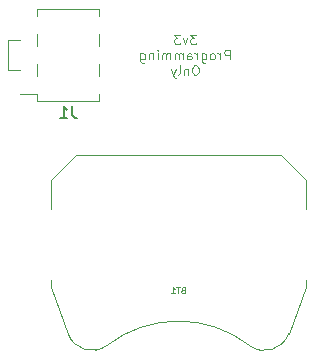
<source format=gbo>
G04 #@! TF.GenerationSoftware,KiCad,Pcbnew,(5.0.1)-rc2*
G04 #@! TF.CreationDate,2018-12-03T18:09:08-05:00*
G04 #@! TF.ProjectId,tpms_silencer,74706D735F73696C656E6365722E6B69,rev?*
G04 #@! TF.SameCoordinates,Original*
G04 #@! TF.FileFunction,Legend,Bot*
G04 #@! TF.FilePolarity,Positive*
%FSLAX46Y46*%
G04 Gerber Fmt 4.6, Leading zero omitted, Abs format (unit mm)*
G04 Created by KiCad (PCBNEW (5.0.1)-rc2) date 2018-12-03 6:09:08 PM*
%MOMM*%
%LPD*%
G01*
G04 APERTURE LIST*
%ADD10C,0.100000*%
%ADD11C,0.120000*%
%ADD12C,0.150000*%
G04 APERTURE END LIST*
D10*
X40830380Y-46013904D02*
X40335142Y-46013904D01*
X40601809Y-46318666D01*
X40487523Y-46318666D01*
X40411333Y-46356761D01*
X40373238Y-46394857D01*
X40335142Y-46471047D01*
X40335142Y-46661523D01*
X40373238Y-46737714D01*
X40411333Y-46775809D01*
X40487523Y-46813904D01*
X40716095Y-46813904D01*
X40792285Y-46775809D01*
X40830380Y-46737714D01*
X40068476Y-46280571D02*
X39878000Y-46813904D01*
X39687523Y-46280571D01*
X39458952Y-46013904D02*
X38963714Y-46013904D01*
X39230380Y-46318666D01*
X39116095Y-46318666D01*
X39039904Y-46356761D01*
X39001809Y-46394857D01*
X38963714Y-46471047D01*
X38963714Y-46661523D01*
X39001809Y-46737714D01*
X39039904Y-46775809D01*
X39116095Y-46813904D01*
X39344666Y-46813904D01*
X39420857Y-46775809D01*
X39458952Y-46737714D01*
X43649428Y-48113904D02*
X43649428Y-47313904D01*
X43344666Y-47313904D01*
X43268476Y-47352000D01*
X43230380Y-47390095D01*
X43192285Y-47466285D01*
X43192285Y-47580571D01*
X43230380Y-47656761D01*
X43268476Y-47694857D01*
X43344666Y-47732952D01*
X43649428Y-47732952D01*
X42849428Y-48113904D02*
X42849428Y-47580571D01*
X42849428Y-47732952D02*
X42811333Y-47656761D01*
X42773238Y-47618666D01*
X42697047Y-47580571D01*
X42620857Y-47580571D01*
X42239904Y-48113904D02*
X42316095Y-48075809D01*
X42354190Y-48037714D01*
X42392285Y-47961523D01*
X42392285Y-47732952D01*
X42354190Y-47656761D01*
X42316095Y-47618666D01*
X42239904Y-47580571D01*
X42125619Y-47580571D01*
X42049428Y-47618666D01*
X42011333Y-47656761D01*
X41973238Y-47732952D01*
X41973238Y-47961523D01*
X42011333Y-48037714D01*
X42049428Y-48075809D01*
X42125619Y-48113904D01*
X42239904Y-48113904D01*
X41287523Y-47580571D02*
X41287523Y-48228190D01*
X41325619Y-48304380D01*
X41363714Y-48342476D01*
X41439904Y-48380571D01*
X41554190Y-48380571D01*
X41630380Y-48342476D01*
X41287523Y-48075809D02*
X41363714Y-48113904D01*
X41516095Y-48113904D01*
X41592285Y-48075809D01*
X41630380Y-48037714D01*
X41668476Y-47961523D01*
X41668476Y-47732952D01*
X41630380Y-47656761D01*
X41592285Y-47618666D01*
X41516095Y-47580571D01*
X41363714Y-47580571D01*
X41287523Y-47618666D01*
X40906571Y-48113904D02*
X40906571Y-47580571D01*
X40906571Y-47732952D02*
X40868476Y-47656761D01*
X40830380Y-47618666D01*
X40754190Y-47580571D01*
X40678000Y-47580571D01*
X40068476Y-48113904D02*
X40068476Y-47694857D01*
X40106571Y-47618666D01*
X40182761Y-47580571D01*
X40335142Y-47580571D01*
X40411333Y-47618666D01*
X40068476Y-48075809D02*
X40144666Y-48113904D01*
X40335142Y-48113904D01*
X40411333Y-48075809D01*
X40449428Y-47999619D01*
X40449428Y-47923428D01*
X40411333Y-47847238D01*
X40335142Y-47809142D01*
X40144666Y-47809142D01*
X40068476Y-47771047D01*
X39687523Y-48113904D02*
X39687523Y-47580571D01*
X39687523Y-47656761D02*
X39649428Y-47618666D01*
X39573238Y-47580571D01*
X39458952Y-47580571D01*
X39382761Y-47618666D01*
X39344666Y-47694857D01*
X39344666Y-48113904D01*
X39344666Y-47694857D02*
X39306571Y-47618666D01*
X39230380Y-47580571D01*
X39116095Y-47580571D01*
X39039904Y-47618666D01*
X39001809Y-47694857D01*
X39001809Y-48113904D01*
X38620857Y-48113904D02*
X38620857Y-47580571D01*
X38620857Y-47656761D02*
X38582761Y-47618666D01*
X38506571Y-47580571D01*
X38392285Y-47580571D01*
X38316095Y-47618666D01*
X38278000Y-47694857D01*
X38278000Y-48113904D01*
X38278000Y-47694857D02*
X38239904Y-47618666D01*
X38163714Y-47580571D01*
X38049428Y-47580571D01*
X37973238Y-47618666D01*
X37935142Y-47694857D01*
X37935142Y-48113904D01*
X37554190Y-48113904D02*
X37554190Y-47580571D01*
X37554190Y-47313904D02*
X37592285Y-47352000D01*
X37554190Y-47390095D01*
X37516095Y-47352000D01*
X37554190Y-47313904D01*
X37554190Y-47390095D01*
X37173238Y-47580571D02*
X37173238Y-48113904D01*
X37173238Y-47656761D02*
X37135142Y-47618666D01*
X37058952Y-47580571D01*
X36944666Y-47580571D01*
X36868476Y-47618666D01*
X36830380Y-47694857D01*
X36830380Y-48113904D01*
X36106571Y-47580571D02*
X36106571Y-48228190D01*
X36144666Y-48304380D01*
X36182761Y-48342476D01*
X36258952Y-48380571D01*
X36373238Y-48380571D01*
X36449428Y-48342476D01*
X36106571Y-48075809D02*
X36182761Y-48113904D01*
X36335142Y-48113904D01*
X36411333Y-48075809D01*
X36449428Y-48037714D01*
X36487523Y-47961523D01*
X36487523Y-47732952D01*
X36449428Y-47656761D01*
X36411333Y-47618666D01*
X36335142Y-47580571D01*
X36182761Y-47580571D01*
X36106571Y-47618666D01*
X40830380Y-48613904D02*
X40678000Y-48613904D01*
X40601809Y-48652000D01*
X40525619Y-48728190D01*
X40487523Y-48880571D01*
X40487523Y-49147238D01*
X40525619Y-49299619D01*
X40601809Y-49375809D01*
X40678000Y-49413904D01*
X40830380Y-49413904D01*
X40906571Y-49375809D01*
X40982761Y-49299619D01*
X41020857Y-49147238D01*
X41020857Y-48880571D01*
X40982761Y-48728190D01*
X40906571Y-48652000D01*
X40830380Y-48613904D01*
X40144666Y-48880571D02*
X40144666Y-49413904D01*
X40144666Y-48956761D02*
X40106571Y-48918666D01*
X40030380Y-48880571D01*
X39916095Y-48880571D01*
X39839904Y-48918666D01*
X39801809Y-48994857D01*
X39801809Y-49413904D01*
X39306571Y-49413904D02*
X39382761Y-49375809D01*
X39420857Y-49299619D01*
X39420857Y-48613904D01*
X39078000Y-48880571D02*
X38887523Y-49413904D01*
X38697047Y-48880571D02*
X38887523Y-49413904D01*
X38963714Y-49604380D01*
X39001809Y-49642476D01*
X39078000Y-49680571D01*
G04 #@! TO.C,BT1*
X28527000Y-66754000D02*
X28527000Y-67384000D01*
X28527000Y-58294000D02*
X28527000Y-60754000D01*
X50087000Y-66754000D02*
X50087000Y-67384000D01*
X50087000Y-58294000D02*
X50087000Y-60754000D01*
X29981756Y-71342169D02*
G75*
G03X33307000Y-72304000I2015244J738169D01*
G01*
X28527000Y-67384000D02*
X29967000Y-71334000D01*
X30607000Y-56214000D02*
X28527000Y-58294000D01*
X30607000Y-56214000D02*
X48007000Y-56214000D01*
X48007000Y-56214000D02*
X50087000Y-58294000D01*
X50087000Y-67384000D02*
X48647000Y-71334000D01*
X45310354Y-72320530D02*
G75*
G03X48647000Y-71334000I1306646J1716530D01*
G01*
X45311601Y-72307536D02*
G75*
G03X33307000Y-72304000I-6004601J-7806464D01*
G01*
D11*
G04 #@! TO.C,J1*
X27387000Y-51622000D02*
X32587000Y-51622000D01*
X27387000Y-43882000D02*
X32587000Y-43882000D01*
X25947000Y-51052000D02*
X27387000Y-51052000D01*
X27387000Y-51622000D02*
X27387000Y-51052000D01*
X32587000Y-51622000D02*
X32587000Y-51052000D01*
X27387000Y-44452000D02*
X27387000Y-43882000D01*
X32587000Y-44452000D02*
X32587000Y-43882000D01*
X27387000Y-49532000D02*
X27387000Y-48512000D01*
X32587000Y-49532000D02*
X32587000Y-48512000D01*
X27387000Y-46992000D02*
X27387000Y-45972000D01*
X32587000Y-46992000D02*
X32587000Y-45972000D01*
X24907000Y-49022000D02*
X24907000Y-46482000D01*
X24907000Y-46482000D02*
X25923000Y-46482000D01*
X24907000Y-49022000D02*
X25923000Y-49022000D01*
G04 #@! TO.C,BT1*
D10*
X39699857Y-67655285D02*
X39628428Y-67679095D01*
X39604619Y-67702904D01*
X39580809Y-67750523D01*
X39580809Y-67821952D01*
X39604619Y-67869571D01*
X39628428Y-67893380D01*
X39676047Y-67917190D01*
X39866523Y-67917190D01*
X39866523Y-67417190D01*
X39699857Y-67417190D01*
X39652238Y-67441000D01*
X39628428Y-67464809D01*
X39604619Y-67512428D01*
X39604619Y-67560047D01*
X39628428Y-67607666D01*
X39652238Y-67631476D01*
X39699857Y-67655285D01*
X39866523Y-67655285D01*
X39437952Y-67417190D02*
X39152238Y-67417190D01*
X39295095Y-67917190D02*
X39295095Y-67417190D01*
X38723666Y-67917190D02*
X39009380Y-67917190D01*
X38866523Y-67917190D02*
X38866523Y-67417190D01*
X38914142Y-67488619D01*
X38961761Y-67536238D01*
X39009380Y-67560047D01*
G04 #@! TO.C,J1*
D12*
X30320333Y-52074380D02*
X30320333Y-52788666D01*
X30367952Y-52931523D01*
X30463190Y-53026761D01*
X30606047Y-53074380D01*
X30701285Y-53074380D01*
X29320333Y-53074380D02*
X29891761Y-53074380D01*
X29606047Y-53074380D02*
X29606047Y-52074380D01*
X29701285Y-52217238D01*
X29796523Y-52312476D01*
X29891761Y-52360095D01*
G04 #@! TD*
M02*

</source>
